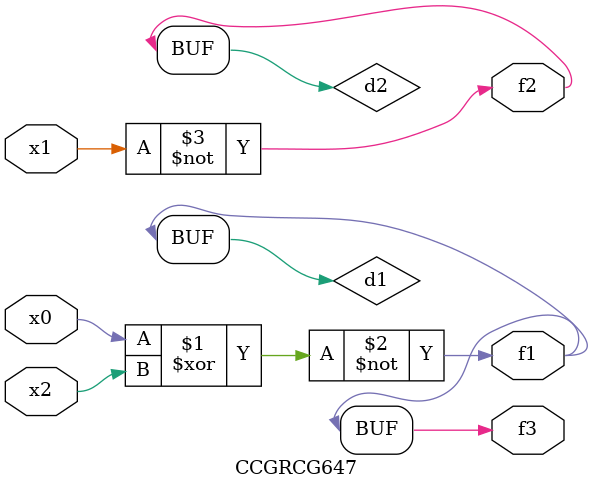
<source format=v>
module CCGRCG647(
	input x0, x1, x2,
	output f1, f2, f3
);

	wire d1, d2, d3;

	xnor (d1, x0, x2);
	nand (d2, x1);
	nor (d3, x1, x2);
	assign f1 = d1;
	assign f2 = d2;
	assign f3 = d1;
endmodule

</source>
